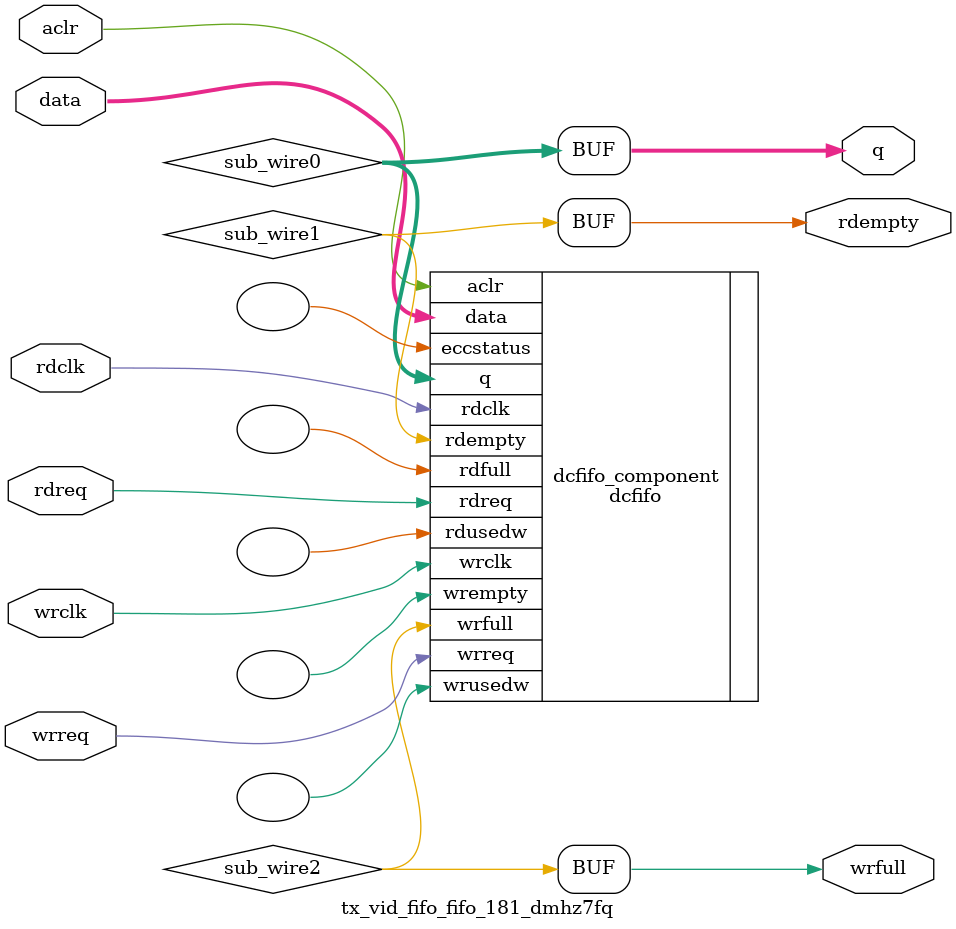
<source format=v>



`timescale 1 ps / 1 ps
// synopsys translate_on
module  tx_vid_fifo_fifo_181_dmhz7fq  (
    aclr,
    data,
    rdclk,
    rdreq,
    wrclk,
    wrreq,
    q,
    rdempty,
    wrfull);

    input    aclr;
    input  [71:0]  data;
    input    rdclk;
    input    rdreq;
    input    wrclk;
    input    wrreq;
    output [71:0]  q;
    output   rdempty;
    output   wrfull;
`ifndef ALTERA_RESERVED_QIS
// synopsys translate_off
`endif
    tri0     aclr;
`ifndef ALTERA_RESERVED_QIS
// synopsys translate_on
`endif

    wire [71:0] sub_wire0;
    wire  sub_wire1;
    wire  sub_wire2;
    wire [71:0] q = sub_wire0[71:0];
    wire  rdempty = sub_wire1;
    wire  wrfull = sub_wire2;

    dcfifo  dcfifo_component (
                .aclr (aclr),
                .data (data),
                .rdclk (rdclk),
                .rdreq (rdreq),
                .wrclk (wrclk),
                .wrreq (wrreq),
                .q (sub_wire0),
                .rdempty (sub_wire1),
                .wrfull (sub_wire2),
                .eccstatus (),
                .rdfull (),
                .rdusedw (),
                .wrempty (),
                .wrusedw ());
    defparam
        dcfifo_component.enable_ecc  = "FALSE",
        dcfifo_component.intended_device_family  = "Arria 10",
        dcfifo_component.lpm_hint  = "DISABLE_DCFIFO_EMBEDDED_TIMING_CONSTRAINT=TRUE",
        dcfifo_component.lpm_numwords  = 2048,
        dcfifo_component.lpm_showahead  = "OFF",
        dcfifo_component.lpm_type  = "dcfifo",
        dcfifo_component.lpm_width  = 72,
        dcfifo_component.lpm_widthu  = 11,
        dcfifo_component.overflow_checking  = "ON",
        dcfifo_component.rdsync_delaypipe  = 5,
        dcfifo_component.read_aclr_synch  = "ON",
        dcfifo_component.underflow_checking  = "ON",
        dcfifo_component.use_eab  = "ON",
        dcfifo_component.write_aclr_synch  = "OFF",
        dcfifo_component.wrsync_delaypipe  = 5;


endmodule



</source>
